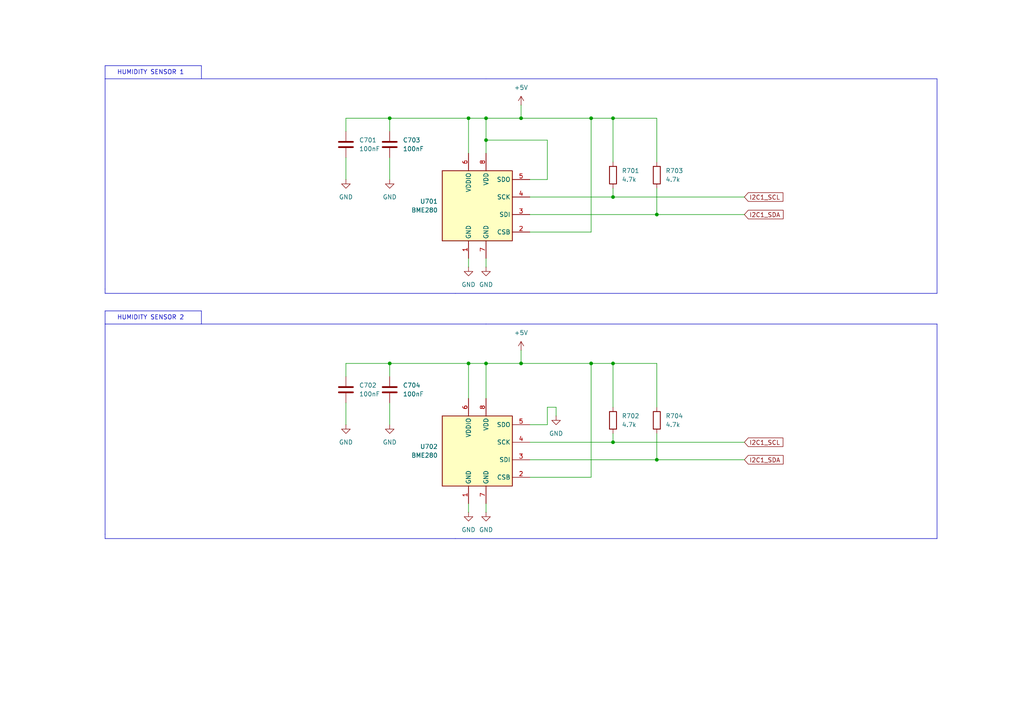
<source format=kicad_sch>
(kicad_sch (version 20250114) (generator "eeschema") (generator_version "9.0")
  (paper "A4")
  (lib_symbols
    (symbol "Device:C" (pin_numbers (hide yes)) (pin_names (offset 0.254))
      (property "Reference" "C" (at 0.635 2.54 0))
      (property "Value" "C" (at 0.635 -2.54 0))
      (symbol "C_0_1"
        (polyline (pts (xy -2.032 0.762) (xy 2.032 0.762)) (stroke (width 0.508)))
        (polyline (pts (xy -2.032 -0.762) (xy 2.032 -0.762)) (stroke (width 0.508)))
      )
      (symbol "C_1_1"
        (pin passive line (at 0 3.81 270) (length 2.794) (name "~") (number "1"))
        (pin passive line (at 0 -3.81 90) (length 2.794) (name "~") (number "2"))
      )
    )
    (symbol "Device:R" (pin_numbers (hide yes)) (pin_names (offset 0))
      (property "Reference" "R" (at 2.032 0 90))
      (property "Value" "R" (at 0 0 90))
      (symbol "R_0_1"
        (rectangle (start -1.016 -2.54) (end 1.016 2.54) (stroke (width 0.254)))
      )
      (symbol "R_1_1"
        (pin passive line (at 0 3.81 270) (length 1.27) (name "~") (number "1"))
        (pin passive line (at 0 -3.81 90) (length 1.27) (name "~") (number "2"))
      )
    )
    (symbol "Sensor:BME280"
      (property "Reference" "U" (at -8.89 11.43 0))
      (property "Value" "BME280" (at 7.62 11.43 0))
      (symbol "BME280_0_1"
        (rectangle (start -10.16 10.16) (end 10.16 -10.16) (stroke (width 0.254)) (fill (type background)))
      )
      (symbol "BME280_1_1"
        (pin power_in line (at -2.54 15.24 270) (length 5.08) (name "VDDIO") (number "6"))
        (pin power_in line (at -2.54 -15.24 90) (length 5.08) (name "GND") (number "1"))
        (pin power_in line (at 2.54 15.24 270) (length 5.08) (name "VDD") (number "8"))
        (pin power_in line (at 2.54 -15.24 90) (length 5.08) (name "GND") (number "7"))
        (pin bidirectional line (at 15.24 7.62 180) (length 5.08) (name "SDO") (number "5"))
        (pin input line (at 15.24 2.54 180) (length 5.08) (name "SCK") (number "4"))
        (pin bidirectional line (at 15.24 -2.54 180) (length 5.08) (name "SDI") (number "3"))
        (pin input line (at 15.24 -7.62 180) (length 5.08) (name "CSB") (number "2"))
      )
    )
    (symbol "power:+5V" (power) (pin_numbers (hide yes)) (pin_names (offset 0) (hide yes))
      (property "Value" "+5V" (at 0 3.556 0))
      (symbol "+5V_0_1"
        (polyline (pts (xy -0.762 1.27) (xy 0 2.54)))
        (polyline (pts (xy 0 2.54) (xy 0.762 1.27)))
        (polyline (pts (xy 0 0) (xy 0 2.54)))
      )
      (symbol "+5V_1_1"
        (pin power_in line (at 0 0 90) (length 0) (name "~") (number "1"))
      )
    )
    (symbol "power:GND" (power) (pin_numbers (hide yes)) (pin_names (offset 0) (hide yes))
      (property "Value" "GND" (at 0 -3.81 0))
      (symbol "GND_0_1"
        (polyline (pts (xy 0 0) (xy 0 -1.27) (xy 1.27 -1.27) (xy 0 -2.54) (xy -1.27 -1.27) (xy 0 -1.27)))
      )
      (symbol "GND_1_1"
        (pin power_in line (at 0 0 270) (length 0) (name "~") (number "1"))
      )
    )
  )
  (text "HUMIDITY SENSOR 1" (at 43.688 21.082 0) (effects (font (size 1.27 1.27))))
  (text "HUMIDITY SENSOR 2" (at 43.688 92.202 0) (effects (font (size 1.27 1.27))))
  (junction (at 151.13 105.41))
  (junction (at 113.03 34.29))
  (junction (at 171.45 34.29))
  (junction (at 140.97 105.41))
  (junction (at 135.89 105.41))
  (junction (at 151.13 34.29))
  (junction (at 177.8 57.15))
  (junction (at 177.8 128.27))
  (junction (at 190.5 133.35))
  (junction (at 190.5 62.23))
  (junction (at 171.45 105.41))
  (junction (at 135.89 34.29))
  (junction (at 113.03 105.41))
  (junction (at 140.97 40.64))
  (junction (at 140.97 34.29))
  (junction (at 177.8 34.29))
  (junction (at 177.8 105.41))
  (wire (pts (xy 190.5 46.99) (xy 190.5 34.29)))
  (wire (pts (xy 100.33 45.72) (xy 100.33 52.07)))
  (polyline (pts (xy 271.78 85.09) (xy 271.78 22.86)))
  (wire (pts (xy 190.5 54.61) (xy 190.5 62.23)))
  (wire (pts (xy 177.8 125.73) (xy 177.8 128.27)))
  (wire (pts (xy 190.5 105.41) (xy 177.8 105.41)))
  (wire (pts (xy 113.03 38.1) (xy 113.03 34.29)))
  (wire (pts (xy 177.8 57.15) (xy 215.9 57.15)))
  (polyline (pts (xy 30.48 85.09) (xy 30.48 83.82)))
  (polyline (pts (xy 30.48 93.98) (xy 30.48 90.17)))
  (wire (pts (xy 140.97 146.05) (xy 140.97 148.59)))
  (wire (pts (xy 100.33 116.84) (xy 100.33 123.19)))
  (polyline (pts (xy 30.48 156.21) (xy 30.48 154.94)))
  (wire (pts (xy 153.67 138.43) (xy 171.45 138.43)))
  (wire (pts (xy 190.5 125.73) (xy 190.5 133.35)))
  (wire (pts (xy 171.45 67.31) (xy 171.45 34.29)))
  (wire (pts (xy 113.03 116.84) (xy 113.03 123.19)))
  (polyline (pts (xy 132.08 156.21) (xy 30.48 156.21)))
  (wire (pts (xy 153.67 57.15) (xy 177.8 57.15)))
  (wire (pts (xy 140.97 34.29) (xy 140.97 40.64)))
  (polyline (pts (xy 132.08 85.09) (xy 271.78 85.09)))
  (wire (pts (xy 158.75 52.07) (xy 158.75 40.64)))
  (wire (pts (xy 177.8 34.29) (xy 171.45 34.29)))
  (wire (pts (xy 113.03 45.72) (xy 113.03 52.07)))
  (wire (pts (xy 135.89 44.45) (xy 135.89 34.29)))
  (wire (pts (xy 153.67 67.31) (xy 171.45 67.31)))
  (polyline (pts (xy 58.42 19.05) (xy 58.42 22.86)))
  (wire (pts (xy 140.97 40.64) (xy 140.97 44.45)))
  (wire (pts (xy 113.03 34.29) (xy 135.89 34.29)))
  (polyline (pts (xy 132.08 156.21) (xy 271.78 156.21)))
  (wire (pts (xy 140.97 74.93) (xy 140.97 77.47)))
  (wire (pts (xy 177.8 118.11) (xy 177.8 105.41)))
  (polyline (pts (xy 30.48 90.17) (xy 58.42 90.17)))
  (polyline (pts (xy 30.48 19.05) (xy 58.42 19.05)))
  (wire (pts (xy 153.67 62.23) (xy 190.5 62.23)))
  (polyline (pts (xy 30.48 22.86) (xy 30.48 83.82)))
  (wire (pts (xy 151.13 105.41) (xy 140.97 105.41)))
  (wire (pts (xy 153.67 123.19) (xy 158.75 123.19)))
  (polyline (pts (xy 30.48 93.98) (xy 30.48 154.94)))
  (wire (pts (xy 153.67 133.35) (xy 190.5 133.35)))
  (wire (pts (xy 135.89 115.57) (xy 135.89 105.41)))
  (wire (pts (xy 100.33 38.1) (xy 100.33 34.29)))
  (wire (pts (xy 177.8 54.61) (xy 177.8 57.15)))
  (wire (pts (xy 190.5 34.29) (xy 177.8 34.29)))
  (wire (pts (xy 140.97 105.41) (xy 140.97 115.57)))
  (wire (pts (xy 100.33 109.22) (xy 100.33 105.41)))
  (wire (pts (xy 113.03 105.41) (xy 135.89 105.41)))
  (polyline (pts (xy 140.97 93.98) (xy 30.48 93.98)))
  (wire (pts (xy 113.03 109.22) (xy 113.03 105.41)))
  (wire (pts (xy 177.8 105.41) (xy 171.45 105.41)))
  (polyline (pts (xy 132.08 85.09) (xy 30.48 85.09)))
  (wire (pts (xy 153.67 128.27) (xy 177.8 128.27)))
  (wire (pts (xy 158.75 123.19) (xy 158.75 118.11)))
  (wire (pts (xy 151.13 30.48) (xy 151.13 34.29)))
  (polyline (pts (xy 271.78 93.98) (xy 140.97 93.98)))
  (wire (pts (xy 151.13 101.6) (xy 151.13 105.41)))
  (wire (pts (xy 100.33 105.41) (xy 113.03 105.41)))
  (polyline (pts (xy 271.78 22.86) (xy 140.97 22.86)))
  (polyline (pts (xy 271.78 156.21) (xy 271.78 93.98)))
  (wire (pts (xy 135.89 105.41) (xy 140.97 105.41)))
  (polyline (pts (xy 58.42 90.17) (xy 58.42 93.98)))
  (wire (pts (xy 171.45 105.41) (xy 151.13 105.41)))
  (wire (pts (xy 151.13 34.29) (xy 140.97 34.29)))
  (wire (pts (xy 161.29 118.11) (xy 161.29 120.65)))
  (wire (pts (xy 158.75 118.11) (xy 161.29 118.11)))
  (wire (pts (xy 135.89 74.93) (xy 135.89 77.47)))
  (wire (pts (xy 190.5 118.11) (xy 190.5 105.41)))
  (wire (pts (xy 190.5 133.35) (xy 215.9 133.35)))
  (wire (pts (xy 135.89 146.05) (xy 135.89 148.59)))
  (wire (pts (xy 135.89 34.29) (xy 140.97 34.29)))
  (wire (pts (xy 190.5 62.23) (xy 215.9 62.23)))
  (wire (pts (xy 171.45 138.43) (xy 171.45 105.41)))
  (wire (pts (xy 171.45 34.29) (xy 151.13 34.29)))
  (wire (pts (xy 158.75 40.64) (xy 140.97 40.64)))
  (wire (pts (xy 177.8 46.99) (xy 177.8 34.29)))
  (polyline (pts (xy 140.97 22.86) (xy 30.48 22.86)))
  (wire (pts (xy 100.33 34.29) (xy 113.03 34.29)))
  (wire (pts (xy 153.67 52.07) (xy 158.75 52.07)))
  (wire (pts (xy 177.8 128.27) (xy 215.9 128.27)))
  (polyline (pts (xy 30.48 22.86) (xy 30.48 19.05)))
  (global_label "I2C1_SDA" (shape input) (at 215.9 62.23 0) (property "Intersheetrefs" "${INTERSHEET_REFS}" (effects (hide yes))))
  (global_label "I2C1_SDA" (shape input) (at 215.9 133.35 0) (property "Intersheetrefs" "${INTERSHEET_REFS}" (effects (hide yes))))
  (global_label "I2C1_SCL" (shape input) (at 215.9 57.15 0) (property "Intersheetrefs" "${INTERSHEET_REFS}" (effects (hide yes))))
  (global_label "I2C1_SCL" (shape input) (at 215.9 128.27 0) (property "Intersheetrefs" "${INTERSHEET_REFS}" (effects (hide yes))))
  (symbol (lib_id "Device:R") (at 177.8 121.92 0) (unit 1)
    (property "Reference" "R702" (at 180.34 120.6499 0) (effects (justify left)))
    (property "Value" "4.7k" (at 180.34 123.1899 0) (effects (justify left)))
    (property "Footprint" "Resistor_SMD:R_0603_1608Metric_Pad0.98x0.95mm_HandSolder" (effects (hide yes)))
    (property "Description" "Resistor" (effects (hide yes)))
  )
  (symbol (lib_id "Device:R") (at 177.8 50.8 0) (unit 1)
    (property "Reference" "R701" (at 180.34 49.5299 0) (effects (justify left)))
    (property "Value" "4.7k" (at 180.34 52.0699 0) (effects (justify left)))
    (property "Footprint" "Resistor_SMD:R_0603_1608Metric_Pad0.98x0.95mm_HandSolder" (effects (hide yes)))
    (property "Description" "Resistor" (effects (hide yes)))
  )
  (symbol (lib_id "power:GND") (at 140.97 148.59 0) (unit 1)
    (property "Reference" "#PWR0708" (effects (hide yes)))
    (property "Value" "GND" (at 140.97 153.67 0))
    (property "Description" "Power symbol creates a global label with name \"GND\" , ground" (effects (hide yes)))
  )
  (symbol (lib_id "power:GND") (at 161.29 120.65 0) (unit 1)
    (property "Reference" "#PWR0711" (effects (hide yes)))
    (property "Value" "GND" (at 161.29 125.73 0))
    (property "Description" "Power symbol creates a global label with name \"GND\" , ground" (effects (hide yes)))
  )
  (symbol (lib_id "Device:C") (at 100.33 41.91 0) (unit 1)
    (property "Reference" "C701" (at 104.14 40.6399 0) (effects (justify left)))
    (property "Value" "100nF" (at 104.14 43.1799 0) (effects (justify left)))
    (property "Footprint" "Capacitor_SMD:C_0603_1608Metric_Pad1.08x0.95mm_HandSolder" (effects (hide yes)))
    (property "Description" "Unpolarized capacitor" (effects (hide yes)))
  )
  (symbol (lib_id "power:+5V") (at 151.13 101.6 0) (unit 1)
    (property "Reference" "#PWR0710" (effects (hide yes)))
    (property "Value" "+5V" (at 151.13 96.52 0))
    (property "Description" "Power symbol creates a global label with name \"+5V\"" (effects (hide yes)))
  )
  (symbol (lib_id "power:GND") (at 113.03 123.19 0) (unit 1)
    (property "Reference" "#PWR0704" (effects (hide yes)))
    (property "Value" "GND" (at 113.03 128.27 0))
    (property "Description" "Power symbol creates a global label with name \"GND\" , ground" (effects (hide yes)))
  )
  (symbol (lib_id "Device:C") (at 113.03 41.91 0) (unit 1)
    (property "Reference" "C703" (at 116.84 40.6399 0) (effects (justify left)))
    (property "Value" "100nF" (at 116.84 43.1799 0) (effects (justify left)))
    (property "Footprint" "Capacitor_SMD:C_0603_1608Metric_Pad1.08x0.95mm_HandSolder" (effects (hide yes)))
    (property "Description" "Unpolarized capacitor" (effects (hide yes)))
  )
  (symbol (lib_id "power:GND") (at 100.33 123.19 0) (unit 1)
    (property "Reference" "#PWR0702" (effects (hide yes)))
    (property "Value" "GND" (at 100.33 128.27 0))
    (property "Description" "Power symbol creates a global label with name \"GND\" , ground" (effects (hide yes)))
  )
  (symbol (lib_id "power:GND") (at 113.03 52.07 0) (unit 1)
    (property "Reference" "#PWR0703" (effects (hide yes)))
    (property "Value" "GND" (at 113.03 57.15 0))
    (property "Description" "Power symbol creates a global label with name \"GND\" , ground" (effects (hide yes)))
  )
  (symbol (lib_id "Device:C") (at 100.33 113.03 0) (unit 1)
    (property "Reference" "C702" (at 104.14 111.7599 0) (effects (justify left)))
    (property "Value" "100nF" (at 104.14 114.2999 0) (effects (justify left)))
    (property "Footprint" "Capacitor_SMD:C_0603_1608Metric_Pad1.08x0.95mm_HandSolder" (effects (hide yes)))
    (property "Description" "Unpolarized capacitor" (effects (hide yes)))
  )
  (symbol (lib_id "Device:R") (at 190.5 121.92 0) (unit 1)
    (property "Reference" "R704" (at 193.04 120.6499 0) (effects (justify left)))
    (property "Value" "4.7k" (at 193.04 123.1899 0) (effects (justify left)))
    (property "Footprint" "Resistor_SMD:R_0603_1608Metric_Pad0.98x0.95mm_HandSolder" (effects (hide yes)))
    (property "Description" "Resistor" (effects (hide yes)))
  )
  (symbol (lib_id "Device:C") (at 113.03 113.03 0) (unit 1)
    (property "Reference" "C704" (at 116.84 111.7599 0) (effects (justify left)))
    (property "Value" "100nF" (at 116.84 114.2999 0) (effects (justify left)))
    (property "Footprint" "Capacitor_SMD:C_0603_1608Metric_Pad1.08x0.95mm_HandSolder" (effects (hide yes)))
    (property "Description" "Unpolarized capacitor" (effects (hide yes)))
  )
  (symbol (lib_id "power:GND") (at 135.89 148.59 0) (unit 1)
    (property "Reference" "#PWR0706" (effects (hide yes)))
    (property "Value" "GND" (at 135.89 153.67 0))
    (property "Description" "Power symbol creates a global label with name \"GND\" , ground" (effects (hide yes)))
  )
  (symbol (lib_id "Sensor:BME280") (at 138.43 59.69 0) (unit 1)
    (property "Reference" "U701" (at 127 58.4199 0) (effects (justify right)))
    (property "Value" "BME280" (at 127 60.9599 0) (effects (justify right)))
    (property "Footprint" "Package_LGA:Bosch_LGA-8_2.5x2.5mm_P0.65mm_ClockwisePinNumbering" (effects (hide yes)))
    (property "Datasheet" "https://www.bosch-sensortec.com/media/boschsensortec/downloads/datasheets/bst-bme280-ds002.pdf" (effects (hide yes)))
    (property "Description" "3-in-1 sensor, humidity, pressure, temperature, I2C and SPI interface, 1.71-3.6V, LGA-8" (effects (hide yes)))
  )
  (symbol (lib_id "Sensor:BME280") (at 138.43 130.81 0) (unit 1)
    (property "Reference" "U702" (at 127 129.5399 0) (effects (justify right)))
    (property "Value" "BME280" (at 127 132.0799 0) (effects (justify right)))
    (property "Footprint" "Package_LGA:Bosch_LGA-8_2.5x2.5mm_P0.65mm_ClockwisePinNumbering" (effects (hide yes)))
    (property "Datasheet" "https://www.bosch-sensortec.com/media/boschsensortec/downloads/datasheets/bst-bme280-ds002.pdf" (effects (hide yes)))
    (property "Description" "3-in-1 sensor, humidity, pressure, temperature, I2C and SPI interface, 1.71-3.6V, LGA-8" (effects (hide yes)))
  )
  (symbol (lib_id "Device:R") (at 190.5 50.8 0) (unit 1)
    (property "Reference" "R703" (at 193.04 49.5299 0) (effects (justify left)))
    (property "Value" "4.7k" (at 193.04 52.0699 0) (effects (justify left)))
    (property "Footprint" "Resistor_SMD:R_0603_1608Metric_Pad0.98x0.95mm_HandSolder" (effects (hide yes)))
    (property "Description" "Resistor" (effects (hide yes)))
  )
  (symbol (lib_id "power:GND") (at 135.89 77.47 0) (unit 1)
    (property "Reference" "#PWR0705" (effects (hide yes)))
    (property "Value" "GND" (at 135.89 82.55 0))
    (property "Description" "Power symbol creates a global label with name \"GND\" , ground" (effects (hide yes)))
  )
  (symbol (lib_id "power:+5V") (at 151.13 30.48 0) (unit 1)
    (property "Reference" "#PWR0709" (effects (hide yes)))
    (property "Value" "+5V" (at 151.13 25.4 0))
    (property "Description" "Power symbol creates a global label with name \"+5V\"" (effects (hide yes)))
  )
  (symbol (lib_id "power:GND") (at 100.33 52.07 0) (unit 1)
    (property "Reference" "#PWR0701" (effects (hide yes)))
    (property "Value" "GND" (at 100.33 57.15 0))
    (property "Description" "Power symbol creates a global label with name \"GND\" , ground" (effects (hide yes)))
  )
  (symbol (lib_id "power:GND") (at 140.97 77.47 0) (unit 1)
    (property "Reference" "#PWR0707" (effects (hide yes)))
    (property "Value" "GND" (at 140.97 82.55 0))
    (property "Description" "Power symbol creates a global label with name \"GND\" , ground" (effects (hide yes)))
  )
)
</source>
